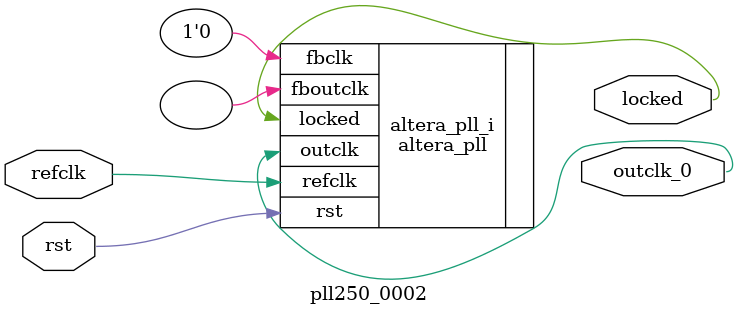
<source format=v>
`timescale 1ns/10ps
module  pll250_0002(

	// interface 'refclk'
	input wire refclk,

	// interface 'reset'
	input wire rst,

	// interface 'outclk0'
	output wire outclk_0,

	// interface 'locked'
	output wire locked
);

	altera_pll #(
		.fractional_vco_multiplier("false"),
		.reference_clock_frequency("50.0 MHz"),
		.operation_mode("direct"),
		.number_of_clocks(1),
		.output_clock_frequency0("250.000000 MHz"),
		.phase_shift0("0 ps"),
		.duty_cycle0(50),
		.output_clock_frequency1("0 MHz"),
		.phase_shift1("0 ps"),
		.duty_cycle1(50),
		.output_clock_frequency2("0 MHz"),
		.phase_shift2("0 ps"),
		.duty_cycle2(50),
		.output_clock_frequency3("0 MHz"),
		.phase_shift3("0 ps"),
		.duty_cycle3(50),
		.output_clock_frequency4("0 MHz"),
		.phase_shift4("0 ps"),
		.duty_cycle4(50),
		.output_clock_frequency5("0 MHz"),
		.phase_shift5("0 ps"),
		.duty_cycle5(50),
		.output_clock_frequency6("0 MHz"),
		.phase_shift6("0 ps"),
		.duty_cycle6(50),
		.output_clock_frequency7("0 MHz"),
		.phase_shift7("0 ps"),
		.duty_cycle7(50),
		.output_clock_frequency8("0 MHz"),
		.phase_shift8("0 ps"),
		.duty_cycle8(50),
		.output_clock_frequency9("0 MHz"),
		.phase_shift9("0 ps"),
		.duty_cycle9(50),
		.output_clock_frequency10("0 MHz"),
		.phase_shift10("0 ps"),
		.duty_cycle10(50),
		.output_clock_frequency11("0 MHz"),
		.phase_shift11("0 ps"),
		.duty_cycle11(50),
		.output_clock_frequency12("0 MHz"),
		.phase_shift12("0 ps"),
		.duty_cycle12(50),
		.output_clock_frequency13("0 MHz"),
		.phase_shift13("0 ps"),
		.duty_cycle13(50),
		.output_clock_frequency14("0 MHz"),
		.phase_shift14("0 ps"),
		.duty_cycle14(50),
		.output_clock_frequency15("0 MHz"),
		.phase_shift15("0 ps"),
		.duty_cycle15(50),
		.output_clock_frequency16("0 MHz"),
		.phase_shift16("0 ps"),
		.duty_cycle16(50),
		.output_clock_frequency17("0 MHz"),
		.phase_shift17("0 ps"),
		.duty_cycle17(50),
		.pll_type("General"),
		.pll_subtype("General")
	) altera_pll_i (
		.rst	(rst),
		.outclk	({outclk_0}),
		.locked	(locked),
		.fboutclk	( ),
		.fbclk	(1'b0),
		.refclk	(refclk)
	);
endmodule


</source>
